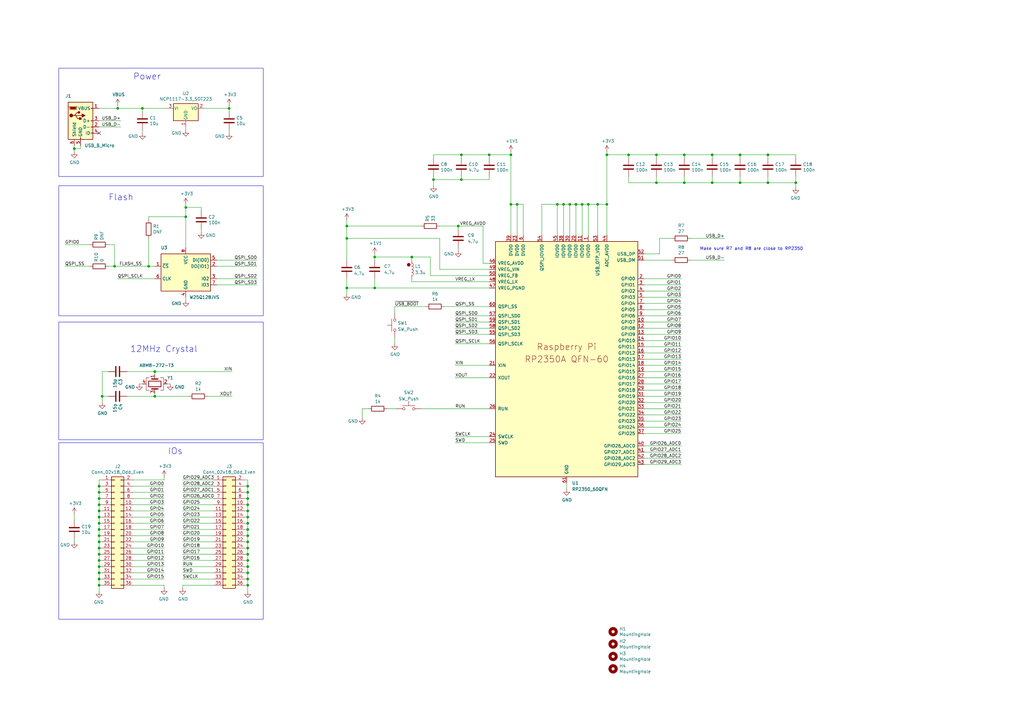
<source format=kicad_sch>
(kicad_sch (version 20250114) (generator "eeschema") (generator_version "9.0")
  (paper "A3")
  (title_block (title "RP2350A QFN-60 Minimal Design Example") (date "2024-07-01") (rev "REV3") (company "Raspberry Pi Ltd"))
  (lib_symbols
    (symbol "Connector:USB_B_Micro" (pin_names (offset 1.016))
      (property "Reference" "J" (at -5.08 11.43 0))
      (property "Value" "USB_B_Micro" (at -5.08 8.89 0))
      (symbol "USB_B_Micro_1_1"
        (pin passive line (at -2.54 -10.16 90) (length 2.54) (name "Shield") (number "6"))
        (pin power_out line (at 0 -10.16 90) (length 2.54) (name "GND") (number "5"))
        (pin power_out line (at 7.62 5.08 180) (length 2.54) (name "VBUS") (number "1"))
        (pin bidirectional line (at 7.62 0 180) (length 2.54) (name "D+") (number "3"))
        (pin bidirectional line (at 7.62 -2.54 180) (length 2.54) (name "D-") (number "2"))
        (pin passive line (at 7.62 -5.08 180) (length 2.54) (name "ID") (number "4"))
      )
    )
    (symbol "Connector_Generic:Conn_02x18_Odd_Even" (pin_names (offset 1.016) (hide yes))
      (property "Reference" "J" (at 1.27 22.86 0))
      (property "Value" "Conn_02x18_Odd_Even" (at 1.27 -25.4 0))
      (symbol "Conn_02x18_Odd_Even_1_1"
        (pin passive line (at -5.08 20.32 0) (length 3.81) (name "Pin_1") (number "1"))
        (pin passive line (at -5.08 17.78 0) (length 3.81) (name "Pin_3") (number "3"))
        (pin passive line (at -5.08 15.24 0) (length 3.81) (name "Pin_5") (number "5"))
        (pin passive line (at -5.08 12.7 0) (length 3.81) (name "Pin_7") (number "7"))
        (pin passive line (at -5.08 10.16 0) (length 3.81) (name "Pin_9") (number "9"))
        (pin passive line (at -5.08 7.62 0) (length 3.81) (name "Pin_11") (number "11"))
        (pin passive line (at -5.08 5.08 0) (length 3.81) (name "Pin_13") (number "13"))
        (pin passive line (at -5.08 2.54 0) (length 3.81) (name "Pin_15") (number "15"))
        (pin passive line (at -5.08 0 0) (length 3.81) (name "Pin_17") (number "17"))
        (pin passive line (at -5.08 -2.54 0) (length 3.81) (name "Pin_19") (number "19"))
        (pin passive line (at -5.08 -5.08 0) (length 3.81) (name "Pin_21") (number "21"))
        (pin passive line (at -5.08 -7.62 0) (length 3.81) (name "Pin_23") (number "23"))
        (pin passive line (at -5.08 -10.16 0) (length 3.81) (name "Pin_25") (number "25"))
        (pin passive line (at -5.08 -12.7 0) (length 3.81) (name "Pin_27") (number "27"))
        (pin passive line (at -5.08 -15.24 0) (length 3.81) (name "Pin_29") (number "29"))
        (pin passive line (at -5.08 -17.78 0) (length 3.81) (name "Pin_31") (number "31"))
        (pin passive line (at -5.08 -20.32 0) (length 3.81) (name "Pin_33") (number "33"))
        (pin passive line (at -5.08 -22.86 0) (length 3.81) (name "Pin_35") (number "35"))
        (pin passive line (at 7.62 20.32 180) (length 3.81) (name "Pin_2") (number "2"))
        (pin passive line (at 7.62 17.78 180) (length 3.81) (name "Pin_4") (number "4"))
        (pin passive line (at 7.62 15.24 180) (length 3.81) (name "Pin_6") (number "6"))
        (pin passive line (at 7.62 12.7 180) (length 3.81) (name "Pin_8") (number "8"))
        (pin passive line (at 7.62 10.16 180) (length 3.81) (name "Pin_10") (number "10"))
        (pin passive line (at 7.62 7.62 180) (length 3.81) (name "Pin_12") (number "12"))
        (pin passive line (at 7.62 5.08 180) (length 3.81) (name "Pin_14") (number "14"))
        (pin passive line (at 7.62 2.54 180) (length 3.81) (name "Pin_16") (number "16"))
        (pin passive line (at 7.62 0 180) (length 3.81) (name "Pin_18") (number "18"))
        (pin passive line (at 7.62 -2.54 180) (length 3.81) (name "Pin_20") (number "20"))
        (pin passive line (at 7.62 -5.08 180) (length 3.81) (name "Pin_22") (number "22"))
        (pin passive line (at 7.62 -7.62 180) (length 3.81) (name "Pin_24") (number "24"))
        (pin passive line (at 7.62 -10.16 180) (length 3.81) (name "Pin_26") (number "26"))
        (pin passive line (at 7.62 -12.7 180) (length 3.81) (name "Pin_28") (number "28"))
        (pin passive line (at 7.62 -15.24 180) (length 3.81) (name "Pin_30") (number "30"))
        (pin passive line (at 7.62 -17.78 180) (length 3.81) (name "Pin_32") (number "32"))
        (pin passive line (at 7.62 -20.32 180) (length 3.81) (name "Pin_34") (number "34"))
        (pin passive line (at 7.62 -22.86 180) (length 3.81) (name "Pin_36") (number "36"))
      )
    )
    (symbol "Connector_Generic_MountingPin:Conn_01x03_MountingPin" (pin_names (offset 1.016) (hide yes))
      (property "Reference" "J" (at 0 5.08 0))
      (property "Value" "Conn_01x03_MountingPin" (at 1.27 -5.08 0))
      (symbol "Conn_01x03_MountingPin_1_1"
        (text "Mounting" (at 0 -4.191 0) (effects (font (size 0.381 0.381))))
        (pin passive line (at -5.08 2.54 0) (length 3.81) (name "Pin_1") (number "1"))
        (pin passive line (at -5.08 0 0) (length 3.81) (name "Pin_2") (number "2"))
        (pin passive line (at -5.08 -2.54 0) (length 3.81) (name "Pin_3") (number "3"))
        (pin passive line (at 0 -7.62 90) (length 3.048) (name "MountPin") (number "MP"))
      )
    )
    (symbol "Device:C" (pin_numbers (hide yes)) (pin_names (offset 0.254))
      (property "Reference" "C" (at 0.635 2.54 0))
      (property "Value" "C" (at 0.635 -2.54 0))
      (symbol "C_1_1"
        (pin passive line (at 0 3.81 270) (length 2.794) (name "~") (number "1"))
        (pin passive line (at 0 -3.81 90) (length 2.794) (name "~") (number "2"))
      )
    )
    (symbol "Device:Crystal_GND24" (pin_names (offset 1.016) (hide yes))
      (property "Reference" "Y" (at 3.175 5.08 0))
      (property "Value" "Crystal_GND24" (at 3.175 3.175 0))
      (symbol "Crystal_GND24_1_1"
        (pin passive line (at -3.81 0 0) (length 1.27) (name "1") (number "1"))
        (pin passive line (at 0 5.08 270) (length 1.27) (name "2") (number "2"))
        (pin passive line (at 0 -5.08 90) (length 1.27) (name "4") (number "4"))
        (pin passive line (at 3.81 0 180) (length 1.27) (name "3") (number "3"))
      )
    )
    (symbol "Device:L" (pin_numbers (hide yes)) (pin_names (offset 1.016) (hide yes))
      (property "Reference" "L" (at -1.27 0 90))
      (property "Value" "L" (at 1.905 0 90))
      (symbol "L_1_1"
        (pin passive line (at 0 3.81 270) (length 1.27) (name "1") (number "1"))
        (pin passive line (at 0 -3.81 90) (length 1.27) (name "2") (number "2"))
      )
    )
    (symbol "Device:R" (pin_numbers (hide yes)) (pin_names (offset 0))
      (property "Reference" "R" (at 2.032 0 90))
      (property "Value" "R" (at 0 0 90))
      (symbol "R_1_1"
        (pin passive line (at 0 3.81 270) (length 1.27) (name "~") (number "1"))
        (pin passive line (at 0 -3.81 90) (length 1.27) (name "~") (number "2"))
      )
    )
    (symbol "MCU_RaspberryPi_RP2350:RP2350_60QFN" (pin_names (offset 1.016))
      (property "Reference" "U" (at -29.21 49.53 0))
      (property "Value" "RP2350_60QFN" (at 24.13 -49.53 0))
      (symbol "RP2350_60QFN_0_0"
        (text "Raspberry Pi" (at 0 5.08 0) (effects (font (size 2.54 2.54))))
      )
      (symbol "RP2350_60QFN_1_0"
        (text "RP2350A QFN-60" (at 0 0 0) (effects (font (size 2.54 2.54))))
      )
      (symbol "RP2350_60QFN_1_1"
        (pin power_in line (at -31.75 39.37 0) (length 2.54) (name "VREG_AVDD") (number "46"))
        (pin power_in line (at -31.75 36.83 0) (length 2.54) (name "VREG_VIN") (number "49"))
        (pin input line (at -31.75 34.29 0) (length 2.54) (name "VREG_FB") (number "50"))
        (pin power_out line (at -31.75 31.75 0) (length 2.54) (name "VREG_LX") (number "48"))
        (pin power_in line (at -31.75 29.21 0) (length 2.54) (name "VREG_PGND") (number "47"))
        (pin bidirectional line (at -31.75 21.59 0) (length 2.54) (name "QSPI_SS") (number "60"))
        (pin bidirectional line (at -31.75 17.78 0) (length 2.54) (name "QSPI_SD0") (number "57"))
        (pin bidirectional line (at -31.75 15.24 0) (length 2.54) (name "QSPI_SD1") (number "59"))
        (pin bidirectional line (at -31.75 12.7 0) (length 2.54) (name "QSPI_SD2") (number "58"))
        (pin bidirectional line (at -31.75 10.16 0) (length 2.54) (name "QSPI_SD3") (number "55"))
        (pin output line (at -31.75 6.35 0) (length 2.54) (name "QSPI_SCLK") (number "56"))
        (pin input line (at -31.75 -2.54 0) (length 2.54) (name "XIN") (number "21"))
        (pin passive line (at -31.75 -7.62 0) (length 2.54) (name "XOUT") (number "22"))
        (pin input line (at -31.75 -20.32 0) (length 2.54) (name "RUN") (number "26"))
        (pin output line (at -31.75 -31.75 0) (length 2.54) (name "SWCLK") (number "24"))
        (pin bidirectional line (at -31.75 -34.29 0) (length 2.54) (name "SWD") (number "25"))
        (pin power_in line (at -22.86 50.8 270) (length 2.54) (name "DVDD") (number "39"))
        (pin power_in line (at -20.32 50.8 270) (length 2.54) (name "DVDD") (number "23"))
        (pin power_in line (at -17.78 50.8 270) (length 2.54) (name "DVDD") (number "6"))
        (pin power_in line (at -10.16 50.8 270) (length 2.54) (name "QSPI_IOVDD") (number "54"))
        (pin power_in line (at -3.81 50.8 270) (length 2.54) (name "IOVDD") (number "45"))
        (pin power_in line (at -1.27 50.8 270) (length 2.54) (name "IOVDD") (number "38"))
        (pin power_in line (at 0 -50.8 90) (length 2.54) (name "GND") (number "61"))
        (pin power_in line (at 1.27 50.8 270) (length 2.54) (name "IOVDD") (number "30"))
        (pin power_in line (at 3.81 50.8 270) (length 2.54) (name "IOVDD") (number "20"))
        (pin power_in line (at 6.35 50.8 270) (length 2.54) (name "IOVDD") (number "11"))
        (pin power_in line (at 8.89 50.8 270) (length 2.54) (name "IOVDD") (number "1"))
        (pin power_in line (at 12.7 50.8 270) (length 2.54) (name "USB_OTP_VDD") (number "53"))
        (pin power_in line (at 16.51 50.8 270) (length 2.54) (name "ADC_AVDD") (number "44"))
        (pin bidirectional line (at 31.75 43.18 180) (length 2.54) (name "USB_DP") (number "52"))
        (pin bidirectional line (at 31.75 40.64 180) (length 2.54) (name "USB_DM") (number "51"))
        (pin bidirectional line (at 31.75 33.02 180) (length 2.54) (name "GPIO0") (number "2"))
        (pin bidirectional line (at 31.75 30.48 180) (length 2.54) (name "GPIO1") (number "3"))
        (pin bidirectional line (at 31.75 27.94 180) (length 2.54) (name "GPIO2") (number "4"))
        (pin bidirectional line (at 31.75 25.4 180) (length 2.54) (name "GPIO3") (number "5"))
        (pin bidirectional line (at 31.75 22.86 180) (length 2.54) (name "GPIO4") (number "7"))
        (pin bidirectional line (at 31.75 20.32 180) (length 2.54) (name "GPIO5") (number "8"))
        (pin bidirectional line (at 31.75 17.78 180) (length 2.54) (name "GPIO6") (number "9"))
        (pin bidirectional line (at 31.75 15.24 180) (length 2.54) (name "GPIO7") (number "10"))
        (pin bidirectional line (at 31.75 12.7 180) (length 2.54) (name "GPIO8") (number "12"))
        (pin bidirectional line (at 31.75 10.16 180) (length 2.54) (name "GPIO9") (number "13"))
        (pin bidirectional line (at 31.75 7.62 180) (length 2.54) (name "GPIO10") (number "14"))
        (pin bidirectional line (at 31.75 5.08 180) (length 2.54) (name "GPIO11") (number "15"))
        (pin bidirectional line (at 31.75 2.54 180) (length 2.54) (name "GPIO12") (number "16"))
        (pin bidirectional line (at 31.75 0 180) (length 2.54) (name "GPIO13") (number "17"))
        (pin bidirectional line (at 31.75 -2.54 180) (length 2.54) (name "GPIO14") (number "18"))
        (pin bidirectional line (at 31.75 -5.08 180) (length 2.54) (name "GPIO15") (number "19"))
        (pin bidirectional line (at 31.75 -7.62 180) (length 2.54) (name "GPIO16") (number "27"))
        (pin bidirectional line (at 31.75 -10.16 180) (length 2.54) (name "GPIO17") (number "28"))
        (pin bidirectional line (at 31.75 -12.7 180) (length 2.54) (name "GPIO18") (number "29"))
        (pin bidirectional line (at 31.75 -15.24 180) (length 2.54) (name "GPIO19") (number "31"))
        (pin bidirectional line (at 31.75 -17.78 180) (length 2.54) (name "GPIO20") (number "32"))
        (pin bidirectional line (at 31.75 -20.32 180) (length 2.54) (name "GPIO21") (number "33"))
        (pin bidirectional line (at 31.75 -22.86 180) (length 2.54) (name "GPIO22") (number "34"))
        (pin bidirectional line (at 31.75 -25.4 180) (length 2.54) (name "GPIO23") (number "35"))
        (pin bidirectional line (at 31.75 -27.94 180) (length 2.54) (name "GPIO24") (number "36"))
        (pin bidirectional line (at 31.75 -30.48 180) (length 2.54) (name "GPIO25") (number "37"))
        (pin bidirectional line (at 31.75 -35.56 180) (length 2.54) (name "GPIO26_ADC0") (number "40"))
        (pin bidirectional line (at 31.75 -38.1 180) (length 2.54) (name "GPIO27_ADC1") (number "41"))
        (pin bidirectional line (at 31.75 -40.64 180) (length 2.54) (name "GPIO28_ADC2") (number "42"))
        (pin bidirectional line (at 31.75 -43.18 180) (length 2.54) (name "GPIO29_ADC3") (number "43"))
      )
    )
    (symbol "Mechanical:MountingHole" (pin_names (offset 1.016))
      (property "Reference" "H" (at 0 5.08 0))
      (property "Value" "MountingHole" (at 0 3.175 0))
    )
    (symbol "Memory_Flash:W25Q128JVS"
      (property "Reference" "U" (at -8.89 8.89 0))
      (property "Value" "W25Q128JVS" (at 7.62 8.89 0))
      (symbol "W25Q128JVS_1_1"
        (pin input line (at -12.7 2.54 0) (length 2.54) (name "~{CS}") (number "1"))
        (pin input line (at -12.7 -2.54 0) (length 2.54) (name "CLK") (number "6"))
        (pin power_in line (at 0 10.16 270) (length 2.54) (name "VCC") (number "8"))
        (pin power_in line (at 0 -10.16 90) (length 2.54) (name "GND") (number "4"))
        (pin bidirectional line (at 12.7 5.08 180) (length 2.54) (name "DI(IO0)") (number "5"))
        (pin bidirectional line (at 12.7 2.54 180) (length 2.54) (name "DO(IO1)") (number "2"))
        (pin bidirectional line (at 12.7 -2.54 180) (length 2.54) (name "IO2") (number "3"))
        (pin bidirectional line (at 12.7 -5.08 180) (length 2.54) (name "IO3") (number "7"))
      )
    )
    (symbol "Regulator_Linear:NCP1117-3.3_SOT223" (pin_names (offset 0.254))
      (property "Reference" "U" (at -3.81 3.175 0))
      (property "Value" "NCP1117-3.3_SOT223" (at 0 3.175 0))
      (symbol "NCP1117-3.3_SOT223_1_1"
        (pin power_in line (at -7.62 0 0) (length 2.54) (name "VI") (number "3"))
        (pin power_in line (at 0 -7.62 90) (length 2.54) (name "GND") (number "1"))
        (pin power_out line (at 7.62 0 180) (length 2.54) (name "VO") (number "2"))
      )
    )
    (symbol "Switch:SW_Push" (pin_numbers (hide yes)) (pin_names (offset 1.016) (hide yes))
      (property "Reference" "SW" (at 1.27 2.54 0))
      (property "Value" "SW_Push" (at 0 -1.524 0))
      (symbol "SW_Push_0_1"
        (pin passive line (at -5.08 0 0) (length 2.54) (name "1") (number "1"))
        (pin passive line (at 5.08 0 180) (length 2.54) (name "2") (number "2"))
      )
    )
    (symbol "power:+1V1" (power) (pin_names (offset 0))
      (property "Value" "+1V1" (at 0 3.556 0))
      (symbol "+1V1_1_1"
        (pin power_in line (at 0 0 90) (length 0) (hide yes) (name "+1V1") (number "1"))
      )
    )
    (symbol "power:+3V3" (power) (pin_names (offset 0))
      (property "Value" "+3V3" (at 0 3.556 0))
      (symbol "+3V3_1_1"
        (pin power_in line (at 0 0 90) (length 0) (hide yes) (name "+3V3") (number "1"))
      )
    )
    (symbol "power:GND" (power) (pin_names (offset 0))
      (property "Value" "GND" (at 0 -3.81 0))
      (symbol "GND_1_1"
        (pin power_in line (at 0 0 270) (length 0) (hide yes) (name "GND") (number "1"))
      )
    )
    (symbol "power:VBUS" (power) (pin_names (offset 0))
      (property "Value" "VBUS" (at 0 3.81 0))
      (symbol "VBUS_1_1"
        (pin power_in line (at 0 0 90) (length 0) (hide yes) (name "VBUS") (number "1"))
      )
    )
  )
  (rectangle (start 24.13 181.61) (end 107.95 254))
  (rectangle (start 24.13 27.94) (end 107.95 72.39))
  (circle (center 167.64 108.585) (radius 0.635) (stroke (width 0) (color 132 0 0 1)) (fill (type color) (color 132 0 0 1)))
  (rectangle (start 24.13 132.08) (end 107.95 180.34))
  (rectangle (start 24.13 76.2) (end 107.95 129.54))
  (text "JST Debug Connector" (at 464.82 205.74 0) (effects (font (size 1.27 1.27)) (justify left bottom)))
  (text "IOs" (at 68.834 186.69 0) (effects (font (size 2.54 2.54)) (justify left bottom)))
  (text "Flash" (at 44.45 82.55 0) (effects (font (size 2.54 2.54)) (justify left bottom)))
  (text "Make sure R7 and R8 are close to RP2350\n" (at 287.02 102.87 0) (effects (font (size 1.27 1.27)) (justify left bottom)))
  (text "12MHz Crystal" (at 53.34 144.78 0) (effects (font (size 2.54 2.54)) (justify left bottom)))
  (text "Power" (at 54.61 33.02 0) (effects (font (size 2.54 2.54)) (justify left bottom)))
  (junction (at 464.185 220.98))
  (junction (at 292.1 63.5))
  (junction (at 187.96 92.71))
  (junction (at 40.64 224.79))
  (junction (at 153.67 105.41))
  (junction (at 40.64 232.41))
  (junction (at 228.6 83.82))
  (junction (at 314.96 74.93))
  (junction (at 40.64 222.25))
  (junction (at 209.55 83.82))
  (junction (at 189.23 73.66))
  (junction (at 248.92 63.5))
  (junction (at 101.6 237.49))
  (junction (at 40.64 219.71))
  (junction (at 231.14 83.82))
  (junction (at 63.5 152.4))
  (junction (at 48.26 44.45))
  (junction (at 168.91 105.41))
  (junction (at 30.48 60.96))
  (junction (at 153.67 118.11))
  (junction (at 257.81 63.5))
  (junction (at 40.64 227.33))
  (junction (at 245.11 83.82))
  (junction (at 41.91 162.56))
  (junction (at 189.23 63.5))
  (junction (at 241.3 83.82))
  (junction (at 101.6 229.87))
  (junction (at 303.53 74.93))
  (junction (at 101.6 209.55))
  (junction (at 101.6 219.71))
  (junction (at 326.39 74.93))
  (junction (at 101.6 201.93))
  (junction (at 101.6 232.41))
  (junction (at 280.67 74.93))
  (junction (at 40.64 217.17))
  (junction (at 238.76 83.82))
  (junction (at 76.2 85.09))
  (junction (at 40.64 204.47))
  (junction (at 233.68 83.82))
  (junction (at 101.6 240.03))
  (junction (at 209.55 63.5))
  (junction (at 76.2 88.9))
  (junction (at 142.24 118.11))
  (junction (at 101.6 212.09))
  (junction (at 314.96 63.5))
  (junction (at 101.6 214.63))
  (junction (at 292.1 74.93))
  (junction (at 303.53 63.5))
  (junction (at 40.64 214.63))
  (junction (at 40.64 212.09))
  (junction (at 58.42 44.45))
  (junction (at 200.66 63.5))
  (junction (at 101.6 234.95))
  (junction (at 101.6 227.33))
  (junction (at 101.6 207.01))
  (junction (at 40.64 240.03))
  (junction (at 40.64 229.87))
  (junction (at 40.64 201.93))
  (junction (at 101.6 204.47))
  (junction (at 40.64 199.39))
  (junction (at 101.6 222.25))
  (junction (at 269.24 63.5))
  (junction (at 63.5 162.56))
  (junction (at 40.64 234.95))
  (junction (at 269.24 74.93))
  (junction (at 248.92 83.82))
  (junction (at 101.6 217.17))
  (junction (at 142.24 92.71))
  (junction (at 40.64 237.49))
  (junction (at 212.09 83.82))
  (junction (at 280.67 63.5))
  (junction (at 60.96 109.22))
  (junction (at 46.99 109.22))
  (junction (at 101.6 199.39))
  (junction (at 101.6 224.79))
  (junction (at 93.98 44.45))
  (junction (at 40.64 207.01))
  (junction (at 236.22 83.82))
  (junction (at 142.24 97.79))
  (junction (at 177.8 73.66))
  (junction (at 40.64 209.55))
  (no_connect (at 40.64 54.61))
  (wire (pts (xy 264.16 129.54) (xy 279.4 129.54)))
  (wire (pts (xy 187.96 102.87) (xy 187.96 101.6)))
  (wire (pts (xy 26.67 100.33) (xy 36.83 100.33)))
  (wire (pts (xy 180.34 97.79) (xy 180.34 110.49)))
  (wire (pts (xy 101.6 227.33) (xy 101.6 229.87)))
  (wire (pts (xy 264.16 187.96) (xy 279.4 187.96)))
  (wire (pts (xy 101.6 212.09) (xy 101.6 214.63)))
  (wire (pts (xy 67.31 219.71) (xy 54.61 219.71)))
  (wire (pts (xy 87.63 222.25) (xy 74.93 222.25)))
  (wire (pts (xy 40.64 234.95) (xy 40.64 237.49)))
  (wire (pts (xy 464.185 212.09) (xy 464.185 220.98)))
  (wire (pts (xy 189.23 63.5) (xy 200.66 63.5)))
  (wire (pts (xy 87.63 207.01) (xy 74.93 207.01)))
  (wire (pts (xy 264.16 132.08) (xy 279.4 132.08)))
  (wire (pts (xy 93.98 44.45) (xy 93.98 43.18)))
  (wire (pts (xy 87.63 232.41) (xy 74.93 232.41)))
  (wire (pts (xy 63.5 153.67) (xy 63.5 152.4)))
  (wire (pts (xy 269.24 64.77) (xy 269.24 63.5)))
  (wire (pts (xy 269.24 72.39) (xy 269.24 74.93)))
  (wire (pts (xy 198.12 92.71) (xy 198.12 107.95)))
  (wire (pts (xy 67.31 224.79) (xy 54.61 224.79)))
  (wire (pts (xy 241.3 83.82) (xy 245.11 83.82)))
  (wire (pts (xy 189.23 64.77) (xy 189.23 63.5)))
  (wire (pts (xy 200.66 140.97) (xy 186.69 140.97)))
  (wire (pts (xy 189.23 73.66) (xy 200.66 73.66)))
  (wire (pts (xy 30.48 59.69) (xy 30.48 60.96)))
  (wire (pts (xy 264.16 170.18) (xy 279.4 170.18)))
  (wire (pts (xy 101.6 240.03) (xy 101.6 242.57)))
  (wire (pts (xy 264.16 114.3) (xy 279.4 114.3)))
  (wire (pts (xy 177.8 72.39) (xy 177.8 73.66)))
  (wire (pts (xy 48.26 43.18) (xy 48.26 44.45)))
  (wire (pts (xy 187.96 92.71) (xy 198.12 92.71)))
  (wire (pts (xy 101.6 229.87) (xy 101.6 232.41)))
  (wire (pts (xy 264.16 165.1) (xy 279.4 165.1)))
  (wire (pts (xy 67.31 229.87) (xy 54.61 229.87)))
  (wire (pts (xy 101.6 207.01) (xy 101.6 209.55)))
  (wire (pts (xy 40.64 240.03) (xy 40.64 242.57)))
  (wire (pts (xy 280.67 64.77) (xy 280.67 63.5)))
  (wire (pts (xy 161.925 125.73) (xy 161.925 128.27)))
  (wire (pts (xy 200.66 179.07) (xy 186.69 179.07)))
  (wire (pts (xy 87.63 219.71) (xy 74.93 219.71)))
  (wire (pts (xy 142.24 92.71) (xy 142.24 97.79)))
  (wire (pts (xy 257.81 64.77) (xy 257.81 63.5)))
  (wire (pts (xy 63.5 162.56) (xy 77.47 162.56)))
  (wire (pts (xy 101.6 204.47) (xy 101.6 207.01)))
  (wire (pts (xy 257.81 72.39) (xy 257.81 74.93)))
  (wire (pts (xy 142.24 97.79) (xy 180.34 97.79)))
  (wire (pts (xy 142.24 97.79) (xy 142.24 106.68)))
  (wire (pts (xy 41.91 232.41) (xy 40.64 232.41)))
  (wire (pts (xy 41.91 162.56) (xy 41.91 165.1)))
  (wire (pts (xy 87.63 227.33) (xy 74.93 227.33)))
  (wire (pts (xy 40.64 237.49) (xy 40.64 240.03)))
  (wire (pts (xy 233.68 96.52) (xy 233.68 83.82)))
  (wire (pts (xy 33.02 59.69) (xy 33.02 60.96)))
  (wire (pts (xy 40.64 214.63) (xy 40.64 217.17)))
  (wire (pts (xy 222.25 96.52) (xy 222.25 83.82)))
  (wire (pts (xy 48.26 114.3) (xy 63.5 114.3)))
  (wire (pts (xy 76.2 83.82) (xy 76.2 85.09)))
  (wire (pts (xy 41.91 152.4) (xy 41.91 162.56)))
  (wire (pts (xy 245.11 83.82) (xy 248.92 83.82)))
  (wire (pts (xy 292.1 63.5) (xy 303.53 63.5)))
  (wire (pts (xy 100.33 217.17) (xy 101.6 217.17)))
  (wire (pts (xy 44.45 152.4) (xy 41.91 152.4)))
  (wire (pts (xy 187.96 92.71) (xy 187.96 93.98)))
  (wire (pts (xy 303.53 74.93) (xy 292.1 74.93)))
  (wire (pts (xy 67.31 232.41) (xy 54.61 232.41)))
  (wire (pts (xy 264.16 177.8) (xy 279.4 177.8)))
  (wire (pts (xy 44.45 100.33) (xy 46.99 100.33)))
  (wire (pts (xy 236.22 83.82) (xy 238.76 83.82)))
  (wire (pts (xy 40.64 52.07) (xy 49.53 52.07)))
  (wire (pts (xy 269.24 74.93) (xy 257.81 74.93)))
  (wire (pts (xy 303.53 72.39) (xy 303.53 74.93)))
  (wire (pts (xy 209.55 63.5) (xy 209.55 83.82)))
  (wire (pts (xy 231.14 83.82) (xy 233.68 83.82)))
  (wire (pts (xy 101.6 219.71) (xy 101.6 222.25)))
  (wire (pts (xy 100.33 232.41) (xy 101.6 232.41)))
  (wire (pts (xy 264.16 142.24) (xy 279.4 142.24)))
  (wire (pts (xy 236.22 96.52) (xy 236.22 83.82)))
  (wire (pts (xy 60.96 88.9) (xy 76.2 88.9)))
  (wire (pts (xy 180.34 110.49) (xy 200.66 110.49)))
  (wire (pts (xy 100.33 240.03) (xy 101.6 240.03)))
  (wire (pts (xy 100.33 214.63) (xy 101.6 214.63)))
  (wire (pts (xy 233.68 83.82) (xy 236.22 83.82)))
  (wire (pts (xy 58.42 45.72) (xy 58.42 44.45)))
  (wire (pts (xy 100.33 209.55) (xy 101.6 209.55)))
  (wire (pts (xy 142.24 90.17) (xy 142.24 92.71)))
  (wire (pts (xy 41.91 224.79) (xy 40.64 224.79)))
  (wire (pts (xy 101.6 201.93) (xy 101.6 204.47)))
  (wire (pts (xy 142.24 118.11) (xy 153.67 118.11)))
  (wire (pts (xy 264.16 134.62) (xy 279.4 134.62)))
  (wire (pts (xy 151.13 167.64) (xy 148.59 167.64)))
  (wire (pts (xy 269.24 63.5) (xy 280.67 63.5)))
  (wire (pts (xy 60.96 90.17) (xy 60.96 88.9)))
  (wire (pts (xy 153.67 106.68) (xy 153.67 105.41)))
  (wire (pts (xy 67.31 241.3) (xy 67.31 240.03)))
  (wire (pts (xy 264.16 116.84) (xy 279.4 116.84)))
  (wire (pts (xy 88.9 116.84) (xy 105.41 116.84)))
  (wire (pts (xy 200.66 125.73) (xy 182.245 125.73)))
  (wire (pts (xy 177.8 64.77) (xy 177.8 63.5)))
  (wire (pts (xy 40.64 201.93) (xy 40.64 204.47)))
  (wire (pts (xy 142.24 114.3) (xy 142.24 118.11)))
  (wire (pts (xy 100.33 204.47) (xy 101.6 204.47)))
  (wire (pts (xy 471.17 219.71) (xy 471.17 220.98)))
  (wire (pts (xy 87.63 234.95) (xy 74.93 234.95)))
  (wire (pts (xy 67.31 222.25) (xy 54.61 222.25)))
  (wire (pts (xy 87.63 217.17) (xy 74.93 217.17)))
  (wire (pts (xy 101.6 217.17) (xy 101.6 219.71)))
  (wire (pts (xy 200.66 113.03) (xy 176.53 113.03)))
  (wire (pts (xy 60.96 97.79) (xy 60.96 109.22)))
  (wire (pts (xy 76.2 121.92) (xy 76.2 123.19)))
  (wire (pts (xy 101.6 196.85) (xy 101.6 199.39)))
  (wire (pts (xy 100.33 234.95) (xy 101.6 234.95)))
  (wire (pts (xy 264.16 175.26) (xy 279.4 175.26)))
  (wire (pts (xy 174.625 125.73) (xy 161.925 125.73)))
  (wire (pts (xy 453.39 214.63) (xy 466.09 214.63)))
  (wire (pts (xy 101.6 232.41) (xy 101.6 234.95)))
  (wire (pts (xy 87.63 201.93) (xy 74.93 201.93)))
  (wire (pts (xy 264.16 190.5) (xy 279.4 190.5)))
  (wire (pts (xy 283.21 106.68) (xy 297.18 106.68)))
  (wire (pts (xy 101.6 224.79) (xy 101.6 227.33)))
  (wire (pts (xy 209.55 83.82) (xy 209.55 96.52)))
  (wire (pts (xy 87.63 224.79) (xy 74.93 224.79)))
  (wire (pts (xy 87.63 199.39) (xy 74.93 199.39)))
  (wire (pts (xy 60.96 109.22) (xy 63.5 109.22)))
  (wire (pts (xy 100.33 196.85) (xy 101.6 196.85)))
  (wire (pts (xy 248.92 83.82) (xy 248.92 96.52)))
  (wire (pts (xy 153.67 104.14) (xy 153.67 105.41)))
  (wire (pts (xy 85.09 162.56) (xy 95.25 162.56)))
  (wire (pts (xy 52.07 162.56) (xy 63.5 162.56)))
  (wire (pts (xy 153.67 118.11) (xy 200.66 118.11)))
  (wire (pts (xy 67.31 212.09) (xy 54.61 212.09)))
  (wire (pts (xy 142.24 118.11) (xy 142.24 120.65)))
  (wire (pts (xy 48.26 44.45) (xy 58.42 44.45)))
  (wire (pts (xy 41.91 214.63) (xy 40.64 214.63)))
  (wire (pts (xy 44.45 162.56) (xy 41.91 162.56)))
  (wire (pts (xy 100.33 237.49) (xy 101.6 237.49)))
  (wire (pts (xy 142.24 92.71) (xy 172.72 92.71)))
  (wire (pts (xy 100.33 227.33) (xy 101.6 227.33)))
  (wire (pts (xy 76.2 88.9) (xy 76.2 101.6)))
  (wire (pts (xy 177.8 73.66) (xy 177.8 76.2)))
  (wire (pts (xy 238.76 83.82) (xy 241.3 83.82)))
  (wire (pts (xy 26.67 109.22) (xy 36.83 109.22)))
  (wire (pts (xy 67.31 234.95) (xy 54.61 234.95)))
  (wire (pts (xy 83.82 44.45) (xy 93.98 44.45)))
  (wire (pts (xy 41.91 196.85) (xy 40.64 196.85)))
  (wire (pts (xy 41.91 234.95) (xy 40.64 234.95)))
  (wire (pts (xy 264.16 172.72) (xy 279.4 172.72)))
  (wire (pts (xy 189.23 72.39) (xy 189.23 73.66)))
  (wire (pts (xy 303.53 63.5) (xy 314.96 63.5)))
  (wire (pts (xy 100.33 199.39) (xy 101.6 199.39)))
  (wire (pts (xy 100.33 219.71) (xy 101.6 219.71)))
  (wire (pts (xy 67.31 196.85) (xy 67.31 195.58)))
  (wire (pts (xy 101.6 234.95) (xy 101.6 237.49)))
  (wire (pts (xy 74.93 240.03) (xy 87.63 240.03)))
  (wire (pts (xy 76.2 85.09) (xy 76.2 88.9)))
  (wire (pts (xy 326.39 72.39) (xy 326.39 74.93)))
  (wire (pts (xy 44.45 109.22) (xy 46.99 109.22)))
  (wire (pts (xy 88.9 114.3) (xy 105.41 114.3)))
  (wire (pts (xy 186.69 149.86) (xy 200.66 149.86)))
  (wire (pts (xy 232.41 198.12) (xy 232.41 200.66)))
  (wire (pts (xy 186.69 134.62) (xy 200.66 134.62)))
  (wire (pts (xy 57.15 157.48) (xy 58.42 157.48)))
  (wire (pts (xy 101.6 214.63) (xy 101.6 217.17)))
  (wire (pts (xy 58.42 53.34) (xy 58.42 54.61)))
  (wire (pts (xy 214.63 83.82) (xy 214.63 96.52)))
  (wire (pts (xy 228.6 96.52) (xy 228.6 83.82)))
  (wire (pts (xy 264.16 185.42) (xy 279.4 185.42)))
  (wire (pts (xy 264.16 119.38) (xy 279.4 119.38)))
  (wire (pts (xy 177.8 63.5) (xy 189.23 63.5)))
  (wire (pts (xy 176.53 113.03) (xy 176.53 105.41)))
  (wire (pts (xy 87.63 196.85) (xy 74.93 196.85)))
  (wire (pts (xy 100.33 229.87) (xy 101.6 229.87)))
  (wire (pts (xy 67.31 240.03) (xy 54.61 240.03)))
  (wire (pts (xy 82.55 85.09) (xy 76.2 85.09)))
  (wire (pts (xy 40.64 199.39) (xy 40.64 201.93)))
  (wire (pts (xy 264.16 139.7) (xy 279.4 139.7)))
  (wire (pts (xy 314.96 64.77) (xy 314.96 63.5)))
  (wire (pts (xy 186.69 129.54) (xy 200.66 129.54)))
  (wire (pts (xy 40.64 209.55) (xy 40.64 212.09)))
  (wire (pts (xy 270.51 97.79) (xy 270.51 104.14)))
  (wire (pts (xy 264.16 147.32) (xy 279.4 147.32)))
  (wire (pts (xy 100.33 212.09) (xy 101.6 212.09)))
  (wire (pts (xy 292.1 72.39) (xy 292.1 74.93)))
  (wire (pts (xy 248.92 62.23) (xy 248.92 63.5)))
  (wire (pts (xy 292.1 64.77) (xy 292.1 63.5)))
  (wire (pts (xy 264.16 157.48) (xy 279.4 157.48)))
  (wire (pts (xy 40.64 217.17) (xy 40.64 219.71)))
  (wire (pts (xy 180.34 92.71) (xy 187.96 92.71)))
  (wire (pts (xy 186.69 132.08) (xy 200.66 132.08)))
  (wire (pts (xy 41.91 222.25) (xy 40.64 222.25)))
  (wire (pts (xy 186.69 137.16) (xy 200.66 137.16)))
  (wire (pts (xy 303.53 64.77) (xy 303.53 63.5)))
  (wire (pts (xy 41.91 227.33) (xy 40.64 227.33)))
  (wire (pts (xy 264.16 137.16) (xy 279.4 137.16)))
  (wire (pts (xy 158.75 167.64) (xy 162.56 167.64)))
  (wire (pts (xy 161.925 138.43) (xy 161.925 140.97)))
  (wire (pts (xy 314.96 74.93) (xy 303.53 74.93)))
  (wire (pts (xy 82.55 86.36) (xy 82.55 85.09)))
  (wire (pts (xy 40.64 196.85) (xy 40.64 199.39)))
  (wire (pts (xy 30.48 210.82) (xy 30.48 213.36)))
  (wire (pts (xy 100.33 207.01) (xy 101.6 207.01)))
  (wire (pts (xy 200.66 63.5) (xy 209.55 63.5)))
  (wire (pts (xy 264.16 162.56) (xy 279.4 162.56)))
  (wire (pts (xy 87.63 209.55) (xy 74.93 209.55)))
  (wire (pts (xy 280.67 63.5) (xy 292.1 63.5)))
  (wire (pts (xy 292.1 74.93) (xy 280.67 74.93)))
  (wire (pts (xy 248.92 63.5) (xy 257.81 63.5)))
  (wire (pts (xy 168.91 115.57) (xy 200.66 115.57)))
  (wire (pts (xy 153.67 114.3) (xy 153.67 118.11)))
  (wire (pts (xy 264.16 152.4) (xy 279.4 152.4)))
  (wire (pts (xy 153.67 105.41) (xy 168.91 105.41)))
  (wire (pts (xy 33.02 60.96) (xy 30.48 60.96)))
  (wire (pts (xy 280.67 72.39) (xy 280.67 74.93)))
  (wire (pts (xy 200.66 181.61) (xy 186.69 181.61)))
  (wire (pts (xy 101.6 209.55) (xy 101.6 212.09)))
  (wire (pts (xy 270.51 97.79) (xy 275.59 97.79)))
  (wire (pts (xy 41.91 207.01) (xy 40.64 207.01)))
  (wire (pts (xy 40.64 204.47) (xy 40.64 207.01)))
  (wire (pts (xy 212.09 83.82) (xy 214.63 83.82)))
  (wire (pts (xy 67.31 237.49) (xy 54.61 237.49)))
  (wire (pts (xy 68.58 157.48) (xy 69.85 157.48)))
  (wire (pts (xy 231.14 96.52) (xy 231.14 83.82)))
  (wire (pts (xy 464.185 220.98) (xy 471.17 220.98)))
  (wire (pts (xy 101.6 237.49) (xy 101.6 240.03)))
  (wire (pts (xy 264.16 167.64) (xy 279.4 167.64)))
  (wire (pts (xy 41.91 199.39) (xy 40.64 199.39)))
  (wire (pts (xy 41.91 217.17) (xy 40.64 217.17)))
  (wire (pts (xy 40.64 222.25) (xy 40.64 224.79)))
  (wire (pts (xy 283.21 97.79) (xy 297.18 97.79)))
  (wire (pts (xy 67.31 217.17) (xy 54.61 217.17)))
  (wire (pts (xy 67.31 209.55) (xy 54.61 209.55)))
  (wire (pts (xy 74.93 241.3) (xy 74.93 240.03)))
  (wire (pts (xy 245.11 96.52) (xy 245.11 83.82)))
  (wire (pts (xy 67.31 199.39) (xy 54.61 199.39)))
  (wire (pts (xy 41.91 237.49) (xy 40.64 237.49)))
  (wire (pts (xy 209.55 62.23) (xy 209.55 63.5)))
  (wire (pts (xy 453.39 209.55) (xy 466.09 209.55)))
  (wire (pts (xy 264.16 121.92) (xy 279.4 121.92)))
  (wire (pts (xy 314.96 74.93) (xy 326.39 74.93)))
  (wire (pts (xy 326.39 74.93) (xy 326.39 76.835)))
  (wire (pts (xy 87.63 214.63) (xy 74.93 214.63)))
  (wire (pts (xy 168.91 115.57) (xy 168.91 114.3)))
  (wire (pts (xy 87.63 229.87) (xy 74.93 229.87)))
  (wire (pts (xy 264.16 160.02) (xy 279.4 160.02)))
  (wire (pts (xy 100.33 224.79) (xy 101.6 224.79)))
  (wire (pts (xy 41.91 204.47) (xy 40.64 204.47)))
  (wire (pts (xy 46.99 100.33) (xy 46.99 109.22)))
  (wire (pts (xy 67.31 204.47) (xy 54.61 204.47)))
  (wire (pts (xy 264.16 182.88) (xy 279.4 182.88)))
  (wire (pts (xy 314.96 63.5) (xy 326.39 63.5)))
  (wire (pts (xy 41.91 209.55) (xy 40.64 209.55)))
  (wire (pts (xy 228.6 83.82) (xy 231.14 83.82)))
  (wire (pts (xy 40.64 227.33) (xy 40.64 229.87)))
  (wire (pts (xy 238.76 96.52) (xy 238.76 83.82)))
  (wire (pts (xy 67.31 227.33) (xy 54.61 227.33)))
  (wire (pts (xy 100.33 201.93) (xy 101.6 201.93)))
  (wire (pts (xy 264.16 154.94) (xy 279.4 154.94)))
  (wire (pts (xy 168.91 105.41) (xy 168.91 106.68)))
  (wire (pts (xy 76.2 52.07) (xy 76.2 53.34)))
  (wire (pts (xy 40.64 219.71) (xy 40.64 222.25)))
  (wire (pts (xy 67.31 201.93) (xy 54.61 201.93)))
  (wire (pts (xy 264.16 149.86) (xy 279.4 149.86)))
  (wire (pts (xy 46.99 109.22) (xy 60.96 109.22)))
  (wire (pts (xy 40.64 49.53) (xy 49.53 49.53)))
  (wire (pts (xy 200.66 64.77) (xy 200.66 63.5)))
  (wire (pts (xy 264.16 104.14) (xy 270.51 104.14)))
  (wire (pts (xy 41.91 212.09) (xy 40.64 212.09)))
  (wire (pts (xy 93.98 45.72) (xy 93.98 44.45)))
  (wire (pts (xy 280.67 74.93) (xy 269.24 74.93)))
  (wire (pts (xy 177.8 73.66) (xy 189.23 73.66)))
  (wire (pts (xy 67.31 196.85) (xy 54.61 196.85)))
  (wire (pts (xy 222.25 83.82) (xy 228.6 83.82)))
  (wire (pts (xy 87.63 204.47) (xy 74.93 204.47)))
  (wire (pts (xy 101.6 199.39) (xy 101.6 201.93)))
  (wire (pts (xy 40.64 44.45) (xy 48.26 44.45)))
  (wire (pts (xy 212.09 83.82) (xy 209.55 83.82)))
  (wire (pts (xy 68.58 44.45) (xy 58.42 44.45)))
  (wire (pts (xy 241.3 83.82) (xy 241.3 96.52)))
  (wire (pts (xy 466.09 212.09) (xy 464.185 212.09)))
  (wire (pts (xy 63.5 152.4) (xy 95.25 152.4)))
  (wire (pts (xy 30.48 60.96) (xy 30.48 62.23)))
  (wire (pts (xy 41.91 229.87) (xy 40.64 229.87)))
  (wire (pts (xy 93.98 53.34) (xy 93.98 54.61)))
  (wire (pts (xy 40.64 224.79) (xy 40.64 227.33)))
  (wire (pts (xy 264.16 106.68) (xy 275.59 106.68)))
  (wire (pts (xy 176.53 105.41) (xy 168.91 105.41)))
  (wire (pts (xy 148.59 167.64) (xy 148.59 171.45)))
  (wire (pts (xy 63.5 161.29) (xy 63.5 162.56)))
  (wire (pts (xy 264.16 127) (xy 279.4 127)))
  (wire (pts (xy 264.16 144.78) (xy 279.4 144.78)))
  (wire (pts (xy 40.64 207.01) (xy 40.64 209.55)))
  (wire (pts (xy 67.31 214.63) (xy 54.61 214.63)))
  (wire (pts (xy 248.92 63.5) (xy 248.92 83.82)))
  (wire (pts (xy 41.91 201.93) (xy 40.64 201.93)))
  (wire (pts (xy 264.16 124.46) (xy 279.4 124.46)))
  (wire (pts (xy 198.12 107.95) (xy 200.66 107.95)))
  (wire (pts (xy 101.6 222.25) (xy 101.6 224.79)))
  (wire (pts (xy 30.48 220.98) (xy 30.48 222.25)))
  (wire (pts (xy 88.9 106.68) (xy 105.41 106.68)))
  (wire (pts (xy 67.31 207.01) (xy 54.61 207.01)))
  (wire (pts (xy 40.64 229.87) (xy 40.64 232.41)))
  (wire (pts (xy 257.81 63.5) (xy 269.24 63.5)))
  (wire (pts (xy 200.66 154.94) (xy 186.69 154.94)))
  (wire (pts (xy 464.185 220.98) (xy 464.185 222.885)))
  (wire (pts (xy 41.91 240.03) (xy 40.64 240.03)))
  (wire (pts (xy 41.91 219.71) (xy 40.64 219.71)))
  (wire (pts (xy 326.39 64.77) (xy 326.39 63.5)))
  (wire (pts (xy 40.64 232.41) (xy 40.64 234.95)))
  (wire (pts (xy 87.63 212.09) (xy 74.93 212.09)))
  (wire (pts (xy 100.33 222.25) (xy 101.6 222.25)))
  (wire (pts (xy 87.63 237.49) (xy 74.93 237.49)))
  (wire (pts (xy 52.07 152.4) (xy 63.5 152.4)))
  (wire (pts (xy 88.9 109.22) (xy 105.41 109.22)))
  (wire (pts (xy 200.66 73.66) (xy 200.66 72.39)))
  (wire (pts (xy 212.09 96.52) (xy 212.09 83.82)))
  (wire (pts (xy 172.72 167.64) (xy 200.66 167.64)))
  (wire (pts (xy 314.96 72.39) (xy 314.96 74.93)))
  (wire (pts (xy 82.55 93.98) (xy 82.55 95.25)))
  (wire (pts (xy 40.64 212.09) (xy 40.64 214.63)))
  (label "XIN" (at 186.69 149.86 0))
  (label "GPIO26_ADC0" (at 74.93 204.47 0))
  (label "USB_D+" (at 297.18 97.79 180))
  (label "GPIO26_ADC0" (at 279.4 182.88 180))
  (label "QSPI_SS" (at 26.67 109.22 0))
  (label "GPIO25" (at 74.93 207.01 0))
  (label "RUN" (at 74.93 232.41 0))
  (label "GPIO11" (at 67.31 227.33 180))
  (label "XOUT" (at 186.69 154.94 0))
  (label "GPIO2" (at 279.4 119.38 180))
  (label "GPIO1" (at 279.4 116.84 180))
  (label "GPIO3" (at 67.31 207.01 180))
  (label "GPIO15" (at 67.31 237.49 180))
  (label "GPIO21" (at 74.93 217.17 0))
  (label "GPIO20" (at 74.93 219.71 0))
  (label "GPIO8" (at 67.31 219.71 180))
  (label "SWCLK" (at 74.93 237.49 0))
  (label "GPIO0" (at 26.67 100.33 0))
  (label "GPIO17" (at 74.93 227.33 0))
  (label "GPIO1" (at 67.31 201.93 180))
  (label "GPIO28_ADC2" (at 74.93 199.39 0))
  (label "GPIO18" (at 74.93 224.79 0))
  (label "QSPI_SD2" (at 105.41 114.3 180))
  (label "FLASH_SS" (at 48.895 109.22 0))
  (label "GPIO27_ADC1" (at 74.93 201.93 0))
  (label "GPIO0" (at 279.4 114.3 180))
  (label "GPIO14" (at 279.4 149.86 180))
  (label "RUN" (at 186.69 167.64 0))
  (label "QSPI_SD0" (at 186.69 129.54 0))
  (label "QSPI_SD0" (at 105.41 106.68 180))
  (label "GPIO16" (at 74.93 229.87 0))
  (label "QSPI_SS" (at 186.69 125.73 0))
  (label "SWCLK" (at 186.69 179.07 0))
  (label "GPIO22" (at 74.93 214.63 0))
  (label "GPIO25" (at 279.4 177.8 180))
  (label "SWD" (at 74.93 234.95 0))
  (label "GPIO12" (at 67.31 229.87 180))
  (label "GPIO10" (at 67.31 224.79 180))
  (label "GPIO19" (at 74.93 222.25 0))
  (label "SWCLK" (at 453.39 209.55 0))
  (label "QSPI_SD3" (at 105.41 116.84 180))
  (label "GPIO24" (at 279.4 175.26 180))
  (label "GPIO4" (at 279.4 124.46 180))
  (label "GPIO7" (at 67.31 217.17 180))
  (label "XOUT" (at 95.25 162.56 180))
  (label "GPIO5" (at 279.4 127 180))
  (label "QSPI_SD2" (at 186.69 134.62 0))
  (label "GPIO19" (at 279.4 162.56 180))
  (label "USB_D+" (at 49.53 49.53 180))
  (label "USB_D-" (at 297.18 106.68 180))
  (label "GPIO8" (at 279.4 134.62 180))
  (label "GPIO6" (at 67.31 214.63 180))
  (label "~{USB_BOOT}" (at 161.925 125.73 0))
  (label "XIN" (at 95.25 152.4 180))
  (label "GPIO10" (at 279.4 139.7 180))
  (label "VREG_AVDD" (at 188.595 92.71 0))
  (label "GPIO18" (at 279.4 160.02 180))
  (label "GPIO9" (at 279.4 137.16 180))
  (label "GPIO20" (at 279.4 165.1 180))
  (label "USB_D-" (at 49.53 52.07 180))
  (label "GPIO12" (at 279.4 144.78 180))
  (label "GPIO22" (at 279.4 170.18 180))
  (label "GPIO0" (at 67.31 199.39 180))
  (label "QSPI_SD1" (at 186.69 132.08 0))
  (label "GPIO24" (at 74.93 209.55 0))
  (label "GPIO4" (at 67.31 209.55 180))
  (label "QSPI_SCLK" (at 186.69 140.97 0))
  (label "QSPI_SCLK" (at 48.26 114.3 0))
  (label "GPIO13" (at 279.4 147.32 180))
  (label "GPIO13" (at 67.31 232.41 180))
  (label "GPIO17" (at 279.4 157.48 180))
  (label "GPIO29_ADC3" (at 279.4 190.5 180))
  (label "GPIO2" (at 67.31 204.47 180))
  (label "GPIO28_ADC2" (at 279.4 187.96 180))
  (label "SWD" (at 453.39 214.63 0))
  (label "GPIO14" (at 67.31 234.95 180))
  (label "GPIO27_ADC1" (at 279.4 185.42 180))
  (label "GPIO3" (at 279.4 121.92 180))
  (label "GPIO11" (at 279.4 142.24 180))
  (label "GPIO29_ADC3" (at 74.93 196.85 0))
  (label "QSPI_SD1" (at 105.41 109.22 180))
  (label "VREG_LX" (at 186.69 115.57 0))
  (label "SWD" (at 186.69 181.61 0))
  (label "GPIO7" (at 279.4 132.08 180))
  (label "GPIO9" (at 67.31 222.25 180))
  (label "GPIO23" (at 74.93 212.09 0))
  (label "GPIO6" (at 279.4 129.54 180))
  (label "GPIO5" (at 67.31 212.09 180))
  (label "GPIO15" (at 279.4 152.4 180))
  (label "GPIO21" (at 279.4 167.64 180))
  (label "GPIO16" (at 279.4 154.94 180))
  (label "QSPI_SD3" (at 186.69 137.16 0))
  (label "GPIO23" (at 279.4 172.72 180))
  (symbol (lib_id "Memory_Flash:W25Q128JVS") (at 76.2 111.76 0) (unit 1)
    (property "Reference" "U3" (at 67.31 101.6 0))
    (property "Value" "W25Q128JVS" (at 83.82 121.92 0))
    (property "Footprint" "Package_SO:SOIC-8_5.23x5.23mm_P1.27mm" (effects (hide yes)))
    (property "Datasheet" "http://www.winbond.com/resource-files/w25q128jv_dtr%20revc%2003272018%20plus.pdf" (effects (hide yes)))
    (property "LCSC Part" "C2999380" (effects (hide yes)))
  )
  (symbol (lib_id "power:+3V3") (at 76.2 83.82 0) (unit 1)
    (property "Reference" "#PWR04" (effects (hide yes)))
    (property "Value" "+3V3" (at 76.581 79.4258 0))
  )
  (symbol (lib_id "power:GND") (at 76.2 123.19 0) (unit 1)
    (property "Reference" "#PWR05" (effects (hide yes)))
    (property "Value" "GND" (at 72.39 124.46 0))
  )
  (symbol (lib_id "Device:R") (at 60.96 93.98 0) (unit 1)
    (property "Reference" "R1" (at 62.738 92.8116 0) (effects (justify left)))
    (property "Value" "DNF" (at 62.738 95.123 0) (effects (justify left)))
    (property "Footprint" "Resistor_SMD:R_0402_1005Metric" (effects (hide yes)))
  )
  (symbol (lib_id "Device:C") (at 82.55 90.17 0) (unit 1)
    (property "Reference" "C2" (at 85.471 89.0016 0) (effects (justify left)))
    (property "Value" "100n" (at 85.471 91.313 0) (effects (justify left)))
    (property "Footprint" "Capacitor_SMD:C_0402_1005Metric" (effects (hide yes)))
  )
  (symbol (lib_id "power:GND") (at 82.55 95.25 0) (unit 1)
    (property "Reference" "#PWR06" (effects (hide yes)))
    (property "Value" "GND" (at 86.36 96.52 0))
  )
  (symbol (lib_id "Connector:USB_B_Micro") (at 33.02 49.53 0) (unit 1)
    (property "Reference" "J1" (at 29.21 39.37 0) (effects (justify right)))
    (property "Value" "USB_B_Micro" (at 46.99 59.69 0) (effects (justify right)))
    (property "Footprint" "Connector_USB:USB_Micro-B_Amphenol_10103594-0001LF_Horizontal" (effects (hide yes)))
  )
  (symbol (lib_id "power:GND") (at 232.41 200.66 0) (unit 1)
    (property "Reference" "#PWR021" (effects (hide yes)))
    (property "Value" "GND" (at 232.537 205.0542 0))
  )
  (symbol (lib_id "Device:R") (at 279.4 97.79 270) (unit 1)
    (property "Reference" "R7" (at 279.4 92.5322 90))
    (property "Value" "27" (at 279.4 94.8436 90))
    (property "Footprint" "Resistor_SMD:R_0402_1005Metric" (effects (hide yes)))
  )
  (symbol (lib_id "Device:R") (at 279.4 106.68 270) (unit 1)
    (property "Reference" "R8" (at 279.4 101.4222 90))
    (property "Value" "27" (at 279.4 103.7336 90))
    (property "Footprint" "Resistor_SMD:R_0402_1005Metric" (effects (hide yes)))
  )
  (symbol (lib_id "power:GND") (at 30.48 62.23 0) (unit 1)
    (property "Reference" "#PWR01" (effects (hide yes)))
    (property "Value" "GND" (at 30.607 66.6242 0))
  )
  (symbol (lib_id "power:GND") (at 67.31 241.3 0) (mirror y) (unit 1)
    (property "Reference" "#PWR026" (effects (hide yes)))
    (property "Value" "GND" (at 67.183 245.6942 0))
  )
  (symbol (lib_id "power:GND") (at 74.93 241.3 0) (unit 1)
    (property "Reference" "#PWR029" (effects (hide yes)))
    (property "Value" "GND" (at 75.057 245.6942 0))
  )
  (symbol (lib_id "power:+3V3") (at 248.92 62.23 0) (unit 1)
    (property "Reference" "#PWR022" (effects (hide yes)))
    (property "Value" "+3V3" (at 249.301 57.8358 0))
  )
  (symbol (lib_id "Device:C") (at 257.81 68.58 0) (unit 1)
    (property "Reference" "C12" (at 260.731 67.4116 0) (effects (justify left)))
    (property "Value" "100n" (at 260.731 69.723 0) (effects (justify left)))
    (property "Footprint" "Capacitor_SMD:C_0402_1005Metric" (effects (hide yes)))
  )
  (symbol (lib_id "Device:C") (at 269.24 68.58 0) (unit 1)
    (property "Reference" "C13" (at 272.161 67.4116 0) (effects (justify left)))
    (property "Value" "100n" (at 272.161 69.723 0) (effects (justify left)))
    (property "Footprint" "Capacitor_SMD:C_0402_1005Metric" (effects (hide yes)))
  )
  (symbol (lib_id "Device:C") (at 280.67 68.58 0) (unit 1)
    (property "Reference" "C14" (at 283.591 67.4116 0) (effects (justify left)))
    (property "Value" "100n" (at 283.591 69.723 0) (effects (justify left)))
    (property "Footprint" "Capacitor_SMD:C_0402_1005Metric" (effects (hide yes)))
  )
  (symbol (lib_id "Device:C") (at 292.1 68.58 0) (unit 1)
    (property "Reference" "C15" (at 295.021 67.4116 0) (effects (justify left)))
    (property "Value" "100n" (at 295.021 69.723 0) (effects (justify left)))
    (property "Footprint" "Capacitor_SMD:C_0402_1005Metric" (effects (hide yes)))
  )
  (symbol (lib_id "Device:C") (at 303.53 68.58 0) (unit 1)
    (property "Reference" "C16" (at 306.451 67.4116 0) (effects (justify left)))
    (property "Value" "100n" (at 306.451 69.723 0) (effects (justify left)))
    (property "Footprint" "Capacitor_SMD:C_0402_1005Metric" (effects (hide yes)))
  )
  (symbol (lib_id "Device:C") (at 314.96 68.58 0) (unit 1)
    (property "Reference" "C17" (at 317.881 67.4116 0) (effects (justify left)))
    (property "Value" "100n" (at 317.881 69.723 0) (effects (justify left)))
    (property "Footprint" "Capacitor_SMD:C_0402_1005Metric" (effects (hide yes)))
  )
  (symbol (lib_id "Mechanical:MountingHole") (at 251.46 259.08 0) (unit 1)
    (property "Reference" "H1" (at 254 257.9116 0) (effects (justify left)))
    (property "Value" "MountingHole" (at 254 260.223 0) (effects (justify left)))
    (property "Footprint" "MountingHole:MountingHole_2.7mm_M2.5" (effects (hide yes)))
  )
  (symbol (lib_id "Mechanical:MountingHole") (at 251.46 264.16 0) (unit 1)
    (property "Reference" "H2" (at 254 262.9916 0) (effects (justify left)))
    (property "Value" "MountingHole" (at 254 265.303 0) (effects (justify left)))
    (property "Footprint" "MountingHole:MountingHole_2.7mm_M2.5" (effects (hide yes)))
  )
  (symbol (lib_id "Mechanical:MountingHole") (at 251.46 269.24 0) (unit 1)
    (property "Reference" "H3" (at 254 268.0716 0) (effects (justify left)))
    (property "Value" "MountingHole" (at 254 270.383 0) (effects (justify left)))
    (property "Footprint" "MountingHole:MountingHole_2.7mm_M2.5" (effects (hide yes)))
  )
  (symbol (lib_id "Mechanical:MountingHole") (at 251.46 274.32 0) (unit 1)
    (property "Reference" "H4" (at 254 273.1516 0) (effects (justify left)))
    (property "Value" "MountingHole" (at 254 275.463 0) (effects (justify left)))
    (property "Footprint" "MountingHole:MountingHole_2.7mm_M2.5" (effects (hide yes)))
  )
  (symbol (lib_id "Regulator_Linear:NCP1117-3.3_SOT223") (at 76.2 44.45 0) (unit 1)
    (property "Reference" "U2" (at 76.2 38.3032 0))
    (property "Value" "NCP1117-3.3_SOT223" (at 76.2 40.6146 0))
    (property "Footprint" "Package_TO_SOT_SMD:SOT-223-3_TabPin2" (effects (hide yes)))
    (property "Datasheet" "http://www.onsemi.com/pub_link/Collateral/NCP1117-D.PDF" (effects (hide yes)))
  )
  (symbol (lib_id "power:VBUS") (at 48.26 43.18 0) (unit 1)
    (property "Reference" "#PWR02" (effects (hide yes)))
    (property "Value" "VBUS" (at 48.641 38.7858 0))
  )
  (symbol (lib_id "power:GND") (at 76.2 53.34 0) (unit 1)
    (property "Reference" "#PWR08" (effects (hide yes)))
    (property "Value" "GND" (at 72.39 54.61 0))
  )
  (symbol (lib_id "power:+3V3") (at 93.98 43.18 0) (unit 1)
    (property "Reference" "#PWR010" (effects (hide yes)))
    (property "Value" "+3V3" (at 94.361 38.7858 0))
  )
  (symbol (lib_id "Device:C") (at 58.42 49.53 0) (unit 1)
    (property "Reference" "C1" (at 61.341 48.3616 0) (effects (justify left)))
    (property "Value" "10u" (at 61.341 50.673 0) (effects (justify left)))
    (property "Footprint" "Capacitor_SMD:C_0805_2012Metric" (effects (hide yes)))
  )
  (symbol (lib_id "Device:C") (at 93.98 49.53 0) (unit 1)
    (property "Reference" "C5" (at 96.901 48.3616 0) (effects (justify left)))
    (property "Value" "10u" (at 96.901 50.673 0) (effects (justify left)))
    (property "Footprint" "Capacitor_SMD:C_0805_2012Metric" (effects (hide yes)))
  )
  (symbol (lib_id "power:GND") (at 58.42 54.61 0) (unit 1)
    (property "Reference" "#PWR03" (effects (hide yes)))
    (property "Value" "GND" (at 54.61 55.88 0))
  )
  (symbol (lib_id "power:GND") (at 93.98 54.61 0) (unit 1)
    (property "Reference" "#PWR011" (effects (hide yes)))
    (property "Value" "GND" (at 90.17 55.88 0))
  )
  (symbol (lib_id "power:+3V3") (at 30.48 210.82 0) (unit 1)
    (property "Reference" "#PWR027" (effects (hide yes)))
    (property "Value" "+3V3" (at 30.861 206.4258 0))
  )
  (symbol (lib_id "Device:C") (at 30.48 217.17 0) (unit 1)
    (property "Reference" "C19" (at 33.401 216.0016 0) (effects (justify left)))
    (property "Value" "10u" (at 33.401 218.313 0) (effects (justify left)))
    (property "Footprint" "Capacitor_SMD:C_0805_2012Metric" (effects (hide yes)))
  )
  (symbol (lib_id "power:GND") (at 30.48 222.25 0) (unit 1)
    (property "Reference" "#PWR028" (effects (hide yes)))
    (property "Value" "GND" (at 26.67 223.52 0))
  )
  (symbol (lib_id "power:GND") (at 40.64 242.57 0) (mirror y) (unit 1)
    (property "Reference" "#PWR024" (effects (hide yes)))
    (property "Value" "GND" (at 40.513 246.9642 0))
  )
  (symbol (lib_id "power:GND") (at 101.6 242.57 0) (unit 1)
    (property "Reference" "#PWR030" (effects (hide yes)))
    (property "Value" "GND" (at 101.727 246.9642 0))
  )
  (symbol (lib_id "power:+3V3") (at 67.31 195.58 0) (unit 1)
    (property "Reference" "#PWR025" (effects (hide yes)))
    (property "Value" "+3V3" (at 67.691 191.1858 0))
  )
  (symbol (lib_id "Connector_Generic:Conn_02x18_Odd_Even") (at 92.71 217.17 0) (unit 1)
    (property "Reference" "J3" (at 93.98 191.3382 0))
    (property "Value" "Conn_02x18_Odd_Even" (at 93.98 193.6496 0))
    (property "Footprint" "Connector_PinHeader_2.54mm:PinHeader_2x18_P2.54mm_Vertical" (effects (hide yes)))
  )
  (symbol (lib_id "Connector_Generic:Conn_02x18_Odd_Even") (at 46.99 217.17 0) (unit 1)
    (property "Reference" "J2" (at 48.26 191.3382 0))
    (property "Value" "Conn_02x18_Odd_Even" (at 48.26 193.6496 0))
    (property "Footprint" "Connector_PinHeader_2.54mm:PinHeader_2x18_P2.54mm_Vertical" (effects (hide yes)))
  )
  (symbol (lib_id "power:+3V3") (at 142.24 90.17 0) (unit 1)
    (property "Reference" "#PWR013" (effects (hide yes)))
    (property "Value" "+3V3" (at 142.621 85.7758 0))
  )
  (symbol (lib_id "Device:C") (at 200.66 68.58 0) (unit 1)
    (property "Reference" "C11" (at 203.581 67.4116 0) (effects (justify left)))
    (property "Value" "100n" (at 203.581 69.723 0) (effects (justify left)))
    (property "Footprint" "Capacitor_SMD:C_0402_1005Metric" (effects (hide yes)))
  )
  (symbol (lib_id "Device:R") (at 154.94 167.64 270) (unit 1)
    (property "Reference" "R4" (at 154.94 162.3822 90))
    (property "Value" "1k" (at 154.94 164.6936 90))
    (property "Footprint" "Resistor_SMD:R_0402_1005Metric" (effects (hide yes)))
  )
  (symbol (lib_id "power:GND") (at 161.925 140.97 0) (unit 1)
    (property "Reference" "#PWR017" (effects (hide yes)))
    (property "Value" "GND" (at 162.052 145.3642 0))
  )
  (symbol (lib_id "power:GND") (at 187.96 102.87 0) (unit 1)
    (property "Reference" "#PWR019" (effects (hide yes)))
    (property "Value" "GND" (at 184.15 104.14 0))
  )
  (symbol (lib_id "MCU_RaspberryPi_RP2350:RP2350_60QFN") (at 232.41 147.32 0) (unit 1)
    (property "Reference" "U1" (at 234.6041 198.12 0) (effects (justify left)))
    (property "Value" "RP2350_60QFN" (at 234.6041 200.66 0) (effects (justify left)))
    (property "Footprint" "RP2350_60QFN_minimal:RP2350-QFN-60-1EP_7x7_P0.4mm_EP3.4x3.4mm_ThermalVias" (effects (hide yes)))
    (property "Datasheet" "https://jlcpcb.com/partdetail/RaspberryPi-RP2350A/C42411118" (effects (hide yes)))
    (property "LCSC Part" "C42411118" (effects (hide yes)))
  )
  (symbol (lib_id "Device:C") (at 326.39 68.58 0) (unit 1)
    (property "Reference" "C18" (at 329.311 67.4116 0) (effects (justify left)))
    (property "Value" "100n" (at 329.311 69.723 0) (effects (justify left)))
    (property "Footprint" "Capacitor_SMD:C_0402_1005Metric" (effects (hide yes)))
  )
  (symbol (lib_id "power:GND") (at 41.91 165.1 0) (unit 1)
    (property "Reference" "#PWR07" (effects (hide yes)))
    (property "Value" "GND" (at 42.037 169.4942 0))
  )
  (symbol (lib_id "Switch:SW_Push") (at 167.64 167.64 0) (unit 1)
    (property "Reference" "SW2" (at 167.64 161.0192 0))
    (property "Value" "SW_Push" (at 167.64 163.5561 0))
    (property "Footprint" "Button_Switch_SMD:SW_Push_1P1T_NO_Vertical_Wuerth_434133025816" (effects (hide yes)))
  )
  (symbol (lib_id "Device:R") (at 178.435 125.73 270) (unit 1)
    (property "Reference" "R6" (at 178.435 120.4722 90))
    (property "Value" "1k" (at 178.435 122.7836 90))
    (property "Footprint" "Resistor_SMD:R_0402_1005Metric" (effects (hide yes)))
  )
  (symbol (lib_id "Device:R") (at 176.53 92.71 90) (unit 1)
    (property "Reference" "R5" (at 175.3616 90.932 0) (effects (justify left)))
    (property "Value" "33" (at 177.673 90.932 0) (effects (justify left)))
    (property "Footprint" "Resistor_SMD:R_0402_1005Metric" (effects (hide yes)))
  )
  (symbol (lib_id "Device:C") (at 142.24 110.49 0) (unit 1)
    (property "Reference" "C6" (at 145.161 109.6553 0) (effects (justify left)))
    (property "Value" "4.7u" (at 145.161 112.1922 0) (effects (justify left)))
    (property "Footprint" "RP2350_60QFN_minimal:C_0402_1005Metric_small_pads" (effects (hide yes)))
  )
  (symbol (lib_id "power:GND") (at 69.85 157.48 0) (unit 1)
    (property "Reference" "#PWR012" (effects (hide yes)))
    (property "Value" "GND" (at 73.66 158.75 0))
  )
  (symbol (lib_id "power:GND") (at 464.185 222.885 0) (mirror y) (unit 1)
    (property "Reference" "#PWR031" (effects (hide yes)))
    (property "Value" "GND" (at 464.058 227.2792 0))
  )
  (symbol (lib_id "power:GND") (at 177.8 76.2 0) (unit 1)
    (property "Reference" "#PWR018" (effects (hide yes)))
    (property "Value" "GND" (at 177.927 80.5942 0))
  )
  (symbol (lib_id "Device:C") (at 48.26 162.56 270) (unit 1)
    (property "Reference" "C4" (at 49.4284 165.481 0) (effects (justify left)))
    (property "Value" "15p" (at 47.117 165.481 0) (effects (justify left)))
    (property "Footprint" "Capacitor_SMD:C_0402_1005Metric" (effects (hide yes)))
  )
  (symbol (lib_id "Device:C") (at 153.67 110.49 0) (unit 1)
    (property "Reference" "C7" (at 157.48 109.22 0) (effects (justify left)))
    (property "Value" "4.7u" (at 157.48 111.76 0) (effects (justify left)))
    (property "Footprint" "RP2350_60QFN_minimal:C_0402_1005Metric_small_pads" (effects (hide yes)))
  )
  (symbol (lib_id "Device:C") (at 187.96 97.79 0) (unit 1)
    (property "Reference" "C9" (at 191.77 96.52 0) (effects (justify left)))
    (property "Value" "4.7u" (at 191.77 99.06 0) (effects (justify left)))
    (property "Footprint" "Capacitor_SMD:C_0402_1005Metric" (effects (hide yes)))
  )
  (symbol (lib_id "power:+1V1") (at 209.55 62.23 0) (unit 1)
    (property "Reference" "#PWR020" (effects (hide yes)))
    (property "Value" "+1V1" (at 209.931 57.8358 0))
  )
  (symbol (lib_id "Connector_Generic_MountingPin:Conn_01x03_MountingPin") (at 471.17 212.09 0) (unit 1)
    (property "Reference" "J4" (at 473.71 210.82 0) (effects (justify left)))
    (property "Value" "SM03B-SRSS-TB" (at 473.71 213.36 0) (effects (justify left)))
    (property "Footprint" "Connector_JST:JST_SH_SM03B-SRSS-TB_1x03-1MP_P1.00mm_Horizontal" (effects (hide yes)))
  )
  (symbol (lib_id "Device:R") (at 81.28 162.56 270) (unit 1)
    (property "Reference" "R2" (at 81.28 157.3022 90))
    (property "Value" "1k" (at 81.28 159.6136 90))
    (property "Footprint" "Resistor_SMD:R_0402_1005Metric" (effects (hide yes)))
  )
  (symbol (lib_id "Device:C") (at 177.8 68.58 0) (unit 1)
    (property "Reference" "C8" (at 180.721 67.4116 0) (effects (justify left)))
    (property "Value" "100n" (at 180.721 69.723 0) (effects (justify left)))
    (property "Footprint" "Capacitor_SMD:C_0402_1005Metric" (effects (hide yes)))
  )
  (symbol (lib_id "Switch:SW_Push") (at 161.925 133.35 90) (unit 1)
    (property "Reference" "SW1" (at 163.068 132.5153 90) (effects (justify right)))
    (property "Value" "SW_Push" (at 163.068 135.0522 90) (effects (justify right)))
    (property "Footprint" "Button_Switch_SMD:SW_Push_1P1T_NO_Vertical_Wuerth_434133025816" (effects (hide yes)))
  )
  (symbol (lib_id "Device:C") (at 189.23 68.58 0) (unit 1)
    (property "Reference" "C10" (at 192.151 67.4116 0) (effects (justify left)))
    (property "Value" "4.7u" (at 192.151 69.723 0) (effects (justify left)))
    (property "Footprint" "Capacitor_SMD:C_0402_1005Metric" (effects (hide yes)))
  )
  (symbol (lib_id "Device:R") (at 40.64 109.22 90) (unit 1)
    (property "Reference" "R10" (at 39.4716 107.442 0) (effects (justify left)))
    (property "Value" "0" (at 41.783 107.442 0) (effects (justify left)))
    (property "Footprint" "Resistor_SMD:R_0402_1005Metric" (effects (hide yes)))
  )
  (symbol (lib_id "Device:R") (at 40.64 100.33 90) (unit 1)
    (property "Reference" "R9" (at 39.4716 98.552 0) (effects (justify left)))
    (property "Value" "DNF" (at 41.783 98.552 0) (effects (justify left)))
    (property "Footprint" "Resistor_SMD:R_0402_1005Metric" (effects (hide yes)))
  )
  (symbol (lib_id "power:GND") (at 57.15 157.48 0) (unit 1)
    (property "Reference" "#PWR09" (effects (hide yes)))
    (property "Value" "GND" (at 53.34 158.75 0))
  )
  (symbol (lib_id "power:GND") (at 326.39 76.835 0) (mirror y) (unit 1)
    (property "Reference" "#PWR023" (effects (hide yes)))
    (property "Value" "GND" (at 326.263 81.2292 0))
  )
  (symbol (lib_id "Device:L") (at 168.91 110.49 0) (unit 1)
    (property "Reference" "L1" (at 170.18 109.22 0) (effects (justify left)))
    (property "Value" "3.3u" (at 170.18 111.76 0) (effects (justify left)))
    (property "Footprint" "RP2350_60QFN_minimal:L_pol_2016" (effects (hide yes)))
    (property "Datasheet" "https://jlcpcb.com/partdetail/AbraconLlc-AOTA_B201610S3R3_101T/C42411119" (effects (hide yes)))
    (property "LCSC Part" "C42411119" (effects (hide yes)))
  )
  (symbol (lib_id "Device:Crystal_GND24") (at 63.5 157.48 270) (unit 1)
    (property "Reference" "Y1" (at 68.58 154.94 90) (effects (justify left)))
    (property "Value" "ABM8-272-T3" (at 57.15 149.86 90) (effects (justify left)))
    (property "Footprint" "Crystal:Crystal_SMD_3225-4Pin_3.2x2.5mm" (effects (hide yes)))
    (property "LCSC Part" "C20625731" (effects (hide yes)))
  )
  (symbol (lib_id "power:GND") (at 148.59 171.45 0) (unit 1)
    (property "Reference" "#PWR015" (effects (hide yes)))
    (property "Value" "GND" (at 144.78 172.72 0))
  )
  (symbol (lib_id "power:GND") (at 142.24 120.65 0) (mirror y) (unit 1)
    (property "Reference" "#PWR014" (effects (hide yes)))
    (property "Value" "GND" (at 146.05 121.92 0))
  )
  (symbol (lib_id "Device:C") (at 48.26 152.4 270) (unit 1)
    (property "Reference" "C3" (at 49.4284 155.321 0) (effects (justify left)))
    (property "Value" "15p" (at 47.117 155.321 0) (effects (justify left)))
    (property "Footprint" "Capacitor_SMD:C_0402_1005Metric" (effects (hide yes)))
  )
  (symbol (lib_id "power:+1V1") (at 153.67 104.14 0) (unit 1)
    (property "Reference" "#PWR016" (effects (hide yes)))
    (property "Value" "+1V1" (at 154.051 99.7458 0))
  )
)
</source>
